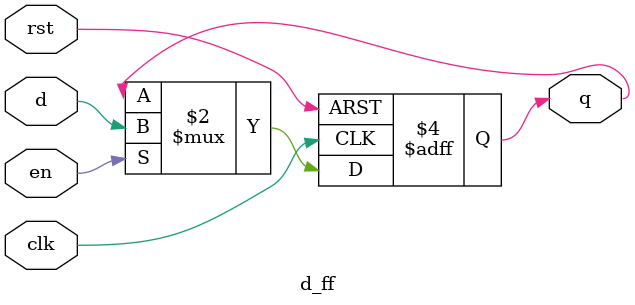
<source format=sv>
module d_ff (
    input logic clk,
    input logic rst,
    input logic en,
    input logic d,

    output logic q
);
    always_ff @( posedge clk or posedge rst ) begin
        if (rst)
            q <= 0;
        else if (en)
            q <= d;
        
    end

endmodule
</source>
